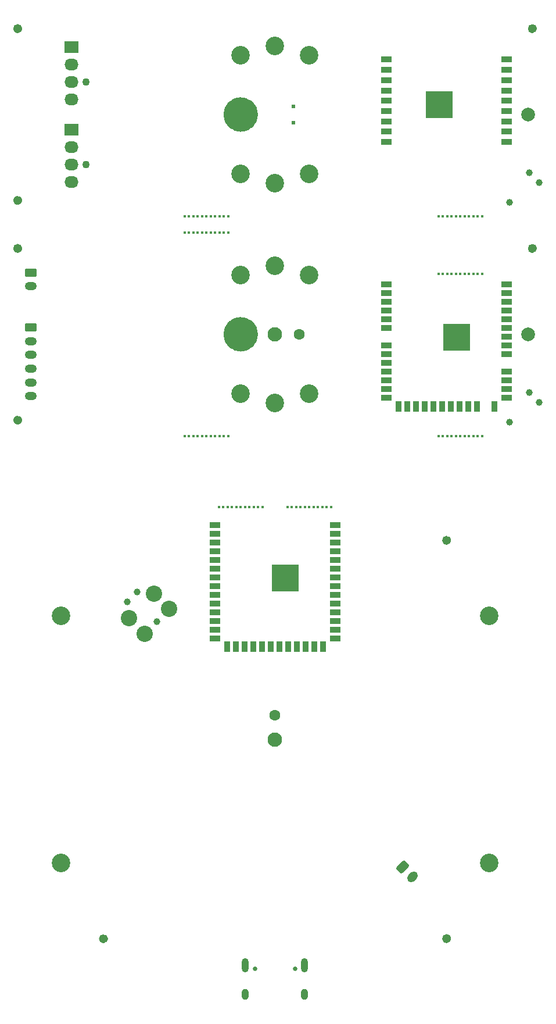
<source format=gbr>
G04 #@! TF.GenerationSoftware,KiCad,Pcbnew,7.0.4-40-g0180cb380f*
G04 #@! TF.CreationDate,2023-07-05T14:48:10-07:00*
G04 #@! TF.ProjectId,IotKnob,496f744b-6e6f-4622-9e6b-696361645f70,rev?*
G04 #@! TF.SameCoordinates,Original*
G04 #@! TF.FileFunction,Soldermask,Bot*
G04 #@! TF.FilePolarity,Negative*
%FSLAX46Y46*%
G04 Gerber Fmt 4.6, Leading zero omitted, Abs format (unit mm)*
G04 Created by KiCad (PCBNEW 7.0.4-40-g0180cb380f) date 2023-07-05 14:48:10*
%MOMM*%
%LPD*%
G01*
G04 APERTURE LIST*
G04 Aperture macros list*
%AMRoundRect*
0 Rectangle with rounded corners*
0 $1 Rounding radius*
0 $2 $3 $4 $5 $6 $7 $8 $9 X,Y pos of 4 corners*
0 Add a 4 corners polygon primitive as box body*
4,1,4,$2,$3,$4,$5,$6,$7,$8,$9,$2,$3,0*
0 Add four circle primitives for the rounded corners*
1,1,$1+$1,$2,$3*
1,1,$1+$1,$4,$5*
1,1,$1+$1,$6,$7*
1,1,$1+$1,$8,$9*
0 Add four rect primitives between the rounded corners*
20,1,$1+$1,$2,$3,$4,$5,0*
20,1,$1+$1,$4,$5,$6,$7,0*
20,1,$1+$1,$6,$7,$8,$9,0*
20,1,$1+$1,$8,$9,$2,$3,0*%
%AMHorizOval*
0 Thick line with rounded ends*
0 $1 width*
0 $2 $3 position (X,Y) of the first rounded end (center of the circle)*
0 $4 $5 position (X,Y) of the second rounded end (center of the circle)*
0 Add line between two ends*
20,1,$1,$2,$3,$4,$5,0*
0 Add two circle primitives to create the rounded ends*
1,1,$1,$2,$3*
1,1,$1,$4,$5*%
G04 Aperture macros list end*
%ADD10C,2.500000*%
%ADD11C,0.650000*%
%ADD12C,0.380000*%
%ADD13C,0.620000*%
%ADD14C,2.700000*%
%ADD15R,4.000000X4.000000*%
%ADD16R,1.500000X0.900000*%
%ADD17C,1.152000*%
%ADD18C,2.000000*%
%ADD19C,1.100000*%
%ADD20R,2.030000X1.730000*%
%ADD21O,2.030000X1.730000*%
%ADD22C,0.990600*%
%ADD23R,3.900000X3.900000*%
%ADD24C,0.600000*%
%ADD25R,0.900000X1.500000*%
%ADD26C,2.100000*%
%ADD27C,1.600000*%
%ADD28O,1.750000X1.200000*%
%ADD29RoundRect,0.250000X-0.625000X0.350000X-0.625000X-0.350000X0.625000X-0.350000X0.625000X0.350000X0*%
%ADD30C,2.374900*%
%ADD31RoundRect,0.250000X-0.689429X-0.194454X-0.194454X-0.689429X0.689429X0.194454X0.194454X0.689429X0*%
%ADD32HorizOval,1.200000X-0.194454X-0.194454X0.194454X0.194454X0*%
%ADD33C,0.650000*%
%ADD34O,1.000000X2.100000*%
%ADD35O,1.000000X1.600000*%
G04 APERTURE END LIST*
D10*
X96250000Y-9000000D02*
G75*
G03*
X96250000Y-9000000I-1250000J0D01*
G01*
D11*
X62825000Y-21500000D02*
G75*
G03*
X62825000Y-21500000I-325000J0D01*
G01*
X137825000Y3500000D02*
G75*
G03*
X137825000Y3500000I-325000J0D01*
G01*
X62825000Y3500000D02*
G75*
G03*
X62825000Y3500000I-325000J0D01*
G01*
D10*
X96250000Y-41000000D02*
G75*
G03*
X96250000Y-41000000I-1250000J0D01*
G01*
D11*
X62825000Y-53500000D02*
G75*
G03*
X62825000Y-53500000I-325000J0D01*
G01*
X62825000Y-28500000D02*
G75*
G03*
X62825000Y-28500000I-325000J0D01*
G01*
X137825000Y-28500000D02*
G75*
G03*
X137825000Y-28500000I-325000J0D01*
G01*
X75325000Y-129000000D02*
G75*
G03*
X75325000Y-129000000I-325000J0D01*
G01*
X125325000Y-71000000D02*
G75*
G03*
X125325000Y-71000000I-325000J0D01*
G01*
X125325000Y-129000000D02*
G75*
G03*
X125325000Y-129000000I-325000J0D01*
G01*
D12*
X123825000Y-55810000D03*
X124460000Y-55810000D03*
X125095000Y-55810000D03*
X125730000Y-55810000D03*
X126365000Y-55810000D03*
X127000000Y-55810000D03*
X127635000Y-55810000D03*
X128270000Y-55810000D03*
X128905000Y-55810000D03*
X129540000Y-55810000D03*
X130175000Y-55810000D03*
X93175000Y-55810000D03*
X92540000Y-55810000D03*
X91905000Y-55810000D03*
X91270000Y-55810000D03*
X90635000Y-55810000D03*
X90000000Y-55810000D03*
X89365000Y-55810000D03*
X88730000Y-55810000D03*
X88095000Y-55810000D03*
X87460000Y-55810000D03*
X86825000Y-55810000D03*
X123825000Y-23810000D03*
X124460000Y-23810000D03*
X125095000Y-23810000D03*
X125730000Y-23810000D03*
X126365000Y-23810000D03*
X127000000Y-23810000D03*
X127635000Y-23810000D03*
X128270000Y-23810000D03*
X128905000Y-23810000D03*
X129540000Y-23810000D03*
X130175000Y-23810000D03*
X130175000Y-32190000D03*
X129540000Y-32190000D03*
X128905000Y-32190000D03*
X128270000Y-32190000D03*
X127635000Y-32190000D03*
X127000000Y-32190000D03*
X126365000Y-32190000D03*
X125730000Y-32190000D03*
X125095000Y-32190000D03*
X124460000Y-32190000D03*
X123825000Y-32190000D03*
X86825000Y-23810000D03*
X87460000Y-23810000D03*
X88095000Y-23810000D03*
X88730000Y-23810000D03*
X89365000Y-23810000D03*
X90000000Y-23810000D03*
X90635000Y-23810000D03*
X91270000Y-23810000D03*
X91905000Y-23810000D03*
X92540000Y-23810000D03*
X93175000Y-23810000D03*
X93175000Y-26190000D03*
X92540000Y-26190000D03*
X91905000Y-26190000D03*
X91270000Y-26190000D03*
X90635000Y-26190000D03*
X90000000Y-26190000D03*
X89365000Y-26190000D03*
X88730000Y-26190000D03*
X88095000Y-26190000D03*
X87460000Y-26190000D03*
X86825000Y-26190000D03*
X108175000Y-66190000D03*
X107540000Y-66190000D03*
X106905000Y-66190000D03*
X106270000Y-66190000D03*
X105635000Y-66190000D03*
X105000000Y-66190000D03*
X104365000Y-66190000D03*
X103730000Y-66190000D03*
X103095000Y-66190000D03*
X102460000Y-66190000D03*
X101825000Y-66190000D03*
X91825000Y-66190000D03*
X93095000Y-66190000D03*
X98175000Y-66190000D03*
X93730000Y-66190000D03*
X95635000Y-66190000D03*
X94365000Y-66190000D03*
X97540000Y-66190000D03*
X95000000Y-66190000D03*
X96270000Y-66190000D03*
X96905000Y-66190000D03*
X92460000Y-66190000D03*
D13*
X102700000Y-10200000D03*
X102700000Y-7800000D03*
D14*
X95000000Y-17660254D03*
D15*
X123900000Y-7610000D03*
D16*
X116250000Y-1000000D03*
X116250000Y-2500000D03*
X116250000Y-4000000D03*
X116250000Y-5500000D03*
X116250000Y-7000000D03*
X116250000Y-8500000D03*
X116250000Y-10000000D03*
X116250000Y-11500000D03*
X116250000Y-13000000D03*
X133750000Y-13000000D03*
X133750000Y-11500000D03*
X133750000Y-10000000D03*
X133750000Y-8500000D03*
X133750000Y-7000000D03*
X133750000Y-5500000D03*
X133750000Y-4000000D03*
X133750000Y-2500000D03*
X133750000Y-1000000D03*
D17*
X62500000Y-21500000D03*
D18*
X136900000Y-9000000D03*
D14*
X105000000Y-17660254D03*
X100000000Y1000000D03*
D19*
X72460000Y-4280000D03*
D20*
X70300000Y800000D03*
D21*
X70300000Y-1740000D03*
X70300000Y-4280000D03*
X70300000Y-6820000D03*
D14*
X100000000Y-19000000D03*
X95000000Y-339746D03*
D19*
X72460000Y-16280000D03*
D20*
X70300000Y-11200000D03*
D21*
X70300000Y-13740000D03*
X70300000Y-16280000D03*
X70300000Y-18820000D03*
D14*
X105000000Y-339746D03*
D17*
X137500000Y3500000D03*
D22*
X134203949Y-21796051D03*
X137077631Y-17485528D03*
X138514472Y-18922369D03*
D17*
X62500000Y3500000D03*
D23*
X126500000Y-41460000D03*
D24*
X127200000Y-40060000D03*
X127200000Y-41460000D03*
X127200000Y-42860000D03*
X127900000Y-40760000D03*
X127900000Y-42160000D03*
D16*
X116250000Y-33740000D03*
X116250000Y-35010000D03*
X116250000Y-36280000D03*
X116250000Y-37550000D03*
X116250000Y-38820000D03*
X116250000Y-40090000D03*
X116250000Y-42630000D03*
X116250000Y-43900000D03*
X116250000Y-45170000D03*
X116250000Y-46440000D03*
X116250000Y-47710000D03*
X116250000Y-48980000D03*
X116250000Y-50250000D03*
D25*
X118015000Y-51500000D03*
X119285000Y-51500000D03*
X120555000Y-51500000D03*
X121825000Y-51500000D03*
X123095000Y-51500000D03*
X124365000Y-51500000D03*
X125635000Y-51500000D03*
X126905000Y-51500000D03*
X128175000Y-51500000D03*
X129445000Y-51500000D03*
X131985000Y-51500000D03*
D16*
X133750000Y-50250000D03*
X133750000Y-48980000D03*
X133750000Y-47710000D03*
X133750000Y-46440000D03*
X133750000Y-43900000D03*
X133750000Y-42630000D03*
X133750000Y-41360000D03*
X133750000Y-40090000D03*
X133750000Y-38820000D03*
X133750000Y-37550000D03*
X133750000Y-36280000D03*
X133750000Y-35010000D03*
X133750000Y-33740000D03*
D26*
X100000000Y-41000000D03*
D27*
X103500000Y-41000000D03*
D17*
X62500000Y-53500000D03*
D28*
X64450000Y-34000000D03*
D29*
X64450000Y-32000000D03*
D14*
X100000000Y-31000000D03*
X105000000Y-49660254D03*
X95000000Y-49660254D03*
D28*
X64450000Y-50000000D03*
X64450000Y-48000000D03*
X64450000Y-46000000D03*
X64450000Y-44000000D03*
X64450000Y-42000000D03*
D29*
X64450000Y-40000000D03*
D18*
X136900000Y-41000000D03*
D14*
X105000000Y-32339746D03*
X100000000Y-51000000D03*
D17*
X62500000Y-28500000D03*
D22*
X138514472Y-50922369D03*
X137077631Y-49485528D03*
X134203949Y-53796051D03*
D17*
X137500000Y-28500000D03*
D14*
X95000000Y-32339746D03*
D16*
X108750000Y-68740000D03*
X108750000Y-70010000D03*
X108750000Y-71280000D03*
X108750000Y-72550000D03*
X108750000Y-73820000D03*
X108750000Y-75090000D03*
X108750000Y-76360000D03*
X108750000Y-77630000D03*
X108750000Y-78900000D03*
X108750000Y-80170000D03*
X108750000Y-81440000D03*
X108750000Y-82710000D03*
X108750000Y-83980000D03*
X108750000Y-85250000D03*
D25*
X106985000Y-86500000D03*
X105715000Y-86500000D03*
X104445000Y-86500000D03*
X103175000Y-86500000D03*
X101905000Y-86500000D03*
X100635000Y-86500000D03*
X99365000Y-86500000D03*
X98095000Y-86500000D03*
X96825000Y-86500000D03*
X95555000Y-86500000D03*
X94285000Y-86500000D03*
X93015000Y-86500000D03*
D16*
X91250000Y-85250000D03*
X91250000Y-83980000D03*
X91250000Y-82710000D03*
X91250000Y-81440000D03*
X91250000Y-80170000D03*
X91250000Y-78900000D03*
X91250000Y-77630000D03*
X91250000Y-76360000D03*
X91250000Y-75090000D03*
X91250000Y-73820000D03*
X91250000Y-72550000D03*
X91250000Y-71280000D03*
X91250000Y-70010000D03*
X91250000Y-68740000D03*
D24*
X102900000Y-77160000D03*
X102900000Y-75760000D03*
X102200000Y-77860000D03*
X102200000Y-76460000D03*
X102200000Y-75060000D03*
X101500000Y-77160000D03*
D23*
X101500000Y-76460000D03*
D24*
X101500000Y-75760000D03*
X100800000Y-77860000D03*
X100800000Y-76460000D03*
X100800000Y-75060000D03*
X100100000Y-77160000D03*
X100100000Y-75760000D03*
D14*
X68823085Y-118000000D03*
D30*
X81000000Y-84592102D03*
D22*
X82796051Y-82796051D03*
D30*
X84592102Y-81000000D03*
X78754936Y-82347038D03*
X82347038Y-78754936D03*
D22*
X78485528Y-79922369D03*
X79922369Y-78485528D03*
D17*
X75000000Y-129000000D03*
X125000000Y-71000000D03*
D14*
X68823085Y-82000000D03*
X131176915Y-82000000D03*
X131176915Y-118000000D03*
D27*
X100000000Y-96500000D03*
D26*
X100000000Y-100000000D03*
D31*
X118585786Y-118585786D03*
D32*
X120000000Y-120000000D03*
D17*
X125000000Y-129000000D03*
D33*
X97110000Y-133395000D03*
X102890000Y-133395000D03*
D34*
X95680000Y-132895000D03*
D35*
X95680000Y-137075000D03*
D34*
X104320000Y-132895000D03*
D35*
X104320000Y-137075000D03*
M02*

</source>
